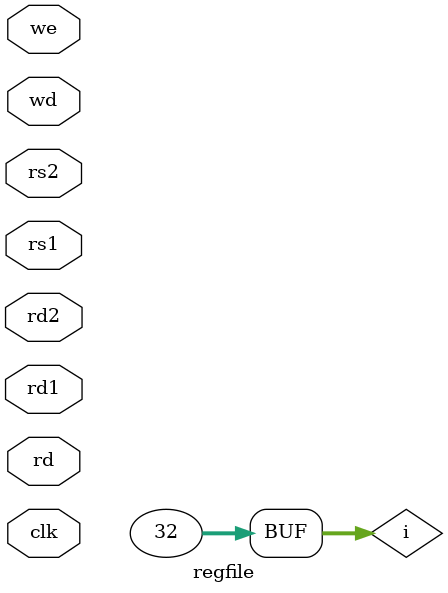
<source format=v>
`timescale 1ns / 1ps


module regfile(
    input wire clk,
    input wire we,
    input wire [31:0] wd, // Write data
    input wire [31:0] rd1, rd2, // Read data 1 & 2
    input wire [4:0] rs1, rs2, rd // Read sources 1 & 2, and destination
);
    // 32 Registers, each 32 bits wide
    reg [31:0] regs[31:0];
    integer i;
    
    // Initialize all registers to zero
    initial begin
        for (i = 0; i < 32; i = i + 1) begin
           regs[i] = 32'b0; 
        end
    end
    
    // Read logic (async)
    assign rd1 = (rs1 == 5'b00000) ? 32'b0 : regs[rs1];
    assign rd1 = (rs2 == 5'b00000) ? 32'b0 : regs[rs2];
    
    // Write logic (sync)
    always@(posedge clk) begin
        if (we && rd != 5'b00000) begin // ignore write to x0
            regs[rd] <= wd;
        end
    end
     
endmodule

</source>
